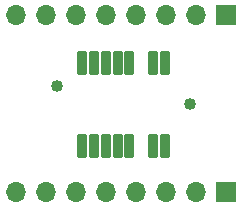
<source format=gbr>
%TF.GenerationSoftware,KiCad,Pcbnew,8.0.4*%
%TF.CreationDate,2024-07-28T12:52:59-07:00*%
%TF.ProjectId,pace 5268ac,70616365-2035-4323-9638-61632e6b6963,rev?*%
%TF.SameCoordinates,Original*%
%TF.FileFunction,Soldermask,Bot*%
%TF.FilePolarity,Negative*%
%FSLAX46Y46*%
G04 Gerber Fmt 4.6, Leading zero omitted, Abs format (unit mm)*
G04 Created by KiCad (PCBNEW 8.0.4) date 2024-07-28 12:52:59*
%MOMM*%
%LPD*%
G01*
G04 APERTURE LIST*
G04 Aperture macros list*
%AMRoundRect*
0 Rectangle with rounded corners*
0 $1 Rounding radius*
0 $2 $3 $4 $5 $6 $7 $8 $9 X,Y pos of 4 corners*
0 Add a 4 corners polygon primitive as box body*
4,1,4,$2,$3,$4,$5,$6,$7,$8,$9,$2,$3,0*
0 Add four circle primitives for the rounded corners*
1,1,$1+$1,$2,$3*
1,1,$1+$1,$4,$5*
1,1,$1+$1,$6,$7*
1,1,$1+$1,$8,$9*
0 Add four rect primitives between the rounded corners*
20,1,$1+$1,$2,$3,$4,$5,0*
20,1,$1+$1,$4,$5,$6,$7,0*
20,1,$1+$1,$6,$7,$8,$9,0*
20,1,$1+$1,$8,$9,$2,$3,0*%
G04 Aperture macros list end*
%ADD10O,1.700000X1.700000*%
%ADD11R,1.700000X1.700000*%
%ADD12RoundRect,0.102000X0.305000X0.940000X-0.305000X0.940000X-0.305000X-0.940000X0.305000X-0.940000X0*%
%ADD13C,1.020000*%
G04 APERTURE END LIST*
D10*
%TO.C,J2*%
X95142000Y-102376000D03*
X97682000Y-102376000D03*
X100222000Y-102376000D03*
X102762000Y-102376000D03*
X105302000Y-102376000D03*
X107842000Y-102376000D03*
X110382000Y-102376000D03*
D11*
X112922000Y-102376000D03*
%TD*%
D10*
%TO.C,J1*%
X95142000Y-87376000D03*
X97682000Y-87376000D03*
X100222000Y-87376000D03*
X102762000Y-87376000D03*
X105302000Y-87376000D03*
X107842000Y-87376000D03*
X110382000Y-87376000D03*
D11*
X112922000Y-87376000D03*
%TD*%
D12*
%TO.C,J0*%
X100764500Y-91433500D03*
X100764500Y-98494500D03*
X101764500Y-91433500D03*
X101764500Y-98494500D03*
X102764500Y-91433500D03*
X102764500Y-98494500D03*
X103764500Y-91433500D03*
X103764500Y-98494500D03*
X104764500Y-91433500D03*
X104764500Y-98494500D03*
X106764500Y-91433500D03*
X106764500Y-98494500D03*
X107764500Y-91433500D03*
X107764500Y-98494500D03*
D13*
X98642000Y-93376000D03*
X109887000Y-94964000D03*
%TD*%
M02*

</source>
